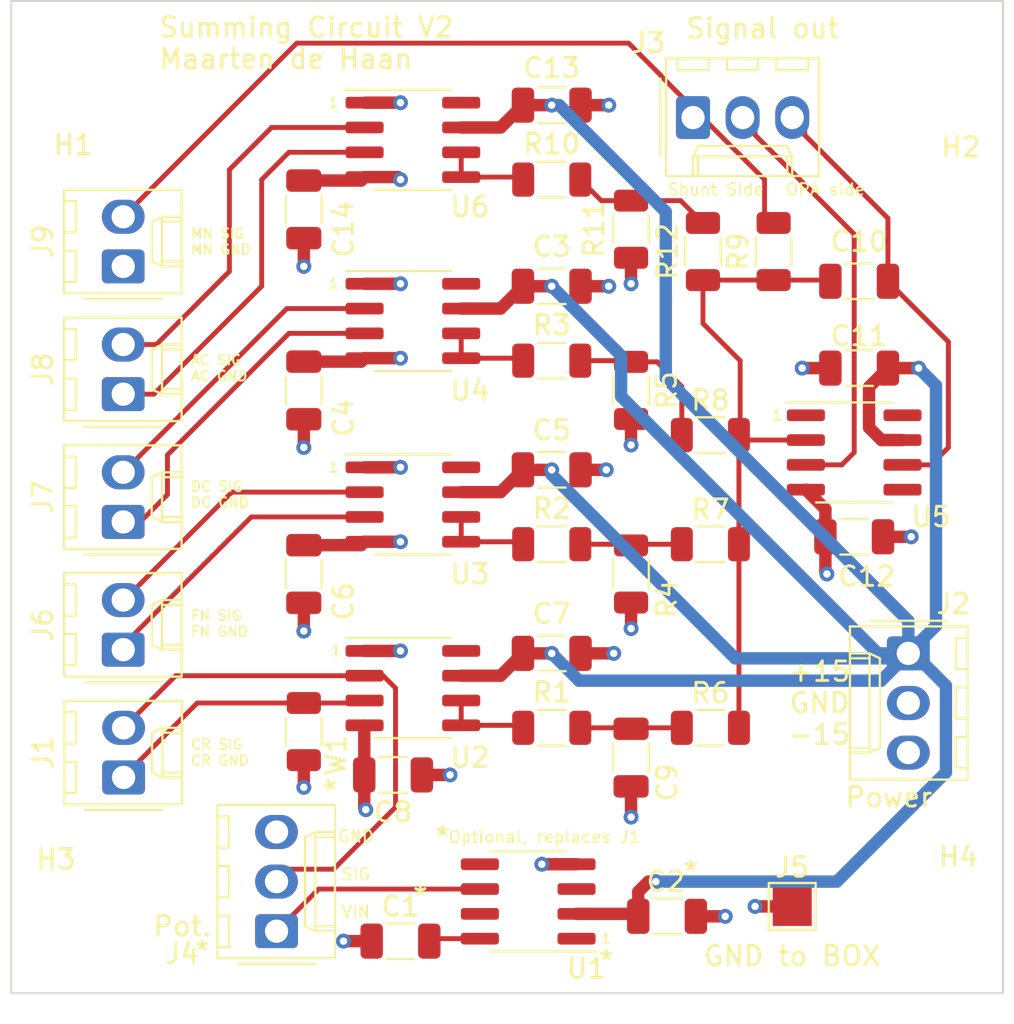
<source format=kicad_pcb>
(kicad_pcb (version 20211014) (generator pcbnew)
  (title_block (title "Bias Coil Driver Signal Summing") (date "2022-04-06") (rev "003") (company "PSU Physics Weiss Group") (comment 1 "Maarten de Haan"))
  (layers (0 "F.Cu" signal) (1 "In1.Cu" power) (2 "In2.Cu" power) (31 "B.Cu" power) (34 "B.Paste" user) (35 "F.Paste" user) (36 "B.SilkS" user "B.Silkscreen") (37 "F.SilkS" user "F.Silkscreen") (38 "B.Mask" user) (39 "F.Mask" user) (44 "Edge.Cuts" user))
  (net 0 "")
  (net 1 "/GND_Coarse")
  (net 2 "GND")
  (net 3 "Net-(R10-Pad2)")
  (net 4 "/From Coil")
  (net 5 "Net-(R10-Pad1)")
  (net 6 "/SIG_DC Correction")
  (net 7 "/GND_DC Correction")
  (net 9 "/GND_AC Correction")
  (net 10 "Net-(R1-Pad1)")
  (net 11 "/SIG_AC Correction")
  (net 12 "-15V")
  (net 13 "/To OPA549")
  (net 14 "+15V")
  (net 16 "/SIG_Fine Tuning")
  (net 17 "/GND_Fine Tuning")
  (net 19 "/SIG_Coarse")
  (net 21 "/Vin_RV")
  (net 29 "Net-(R3-Pad2)")
  (net 30 "Net-(R3-Pad1)")
  (net 31 "Net-(R2-Pad2)")
  (net 32 "Net-(R2-Pad1)")
  (net 33 "Net-(C9-Pad1)")
  (net 34 "Net-(C10-Pad2)")
  (net 35 "Net-(C1-Pad1)")
  (net 36 "/From Shunt Ground")
  (footprint "Capacitor_SMD:C_1206_3216Metric" (layer "F.Cu") (at 103.886 67.183 180)
    (fp_text reference "C5" (at 0 2.032) (layer "F.SilkS"))
    (fp_text value "0.1µF")
    (pad "1" smd roundrect (at -1.475 0 180) (size 1.15 1.8) (layers "F.Cu" "F.Paste" "F.Mask") (roundrect_rratio 0.2173913043) (net 2 "GND"))
    (pad "2" smd roundrect (at 1.475 0 180) (size 1.15 1.8) (layers "F.Cu" "F.Paste" "F.Mask") (roundrect_rratio 0.2173913043) (net 14 "+15V"))
  )
  (footprint "Capacitor_SMD:C_1206_3216Metric" (layer "F.Cu") (at 107.95 81.915 -90)
    (fp_text reference "C9" (at 1.27 -1.85 90) (layer "F.SilkS"))
    (fp_text value "30nF")
    (pad "1" smd roundrect (at -1.475 0 270) (size 1.15 1.8) (layers "F.Cu" "F.Paste" "F.Mask") (roundrect_rratio 0.2173913043) (net 33 "Net-(C9-Pad1)"))
    (pad "2" smd roundrect (at 1.475 0 270) (size 1.15 1.8) (layers "F.Cu" "F.Paste" "F.Mask") (roundrect_rratio 0.2173913043) (net 2 "GND"))
  )
  (footprint "Capacitor_SMD:C_1206_3216Metric" (layer "F.Cu") (at 95.758 82.804 180)
    (fp_text reference "C8" (at 0 -1.905) (layer "F.SilkS"))
    (fp_text value "0.1µF")
    (pad "1" smd roundrect (at -1.475 0 180) (size 1.15 1.8) (layers "F.Cu" "F.Paste" "F.Mask") (roundrect_rratio 0.2173913043) (net 2 "GND"))
    (pad "2" smd roundrect (at 1.475 0 180) (size 1.15 1.8) (layers "F.Cu" "F.Paste" "F.Mask") (roundrect_rratio 0.2173913043) (net 12 "-15V"))
  )
  (footprint "Resistor_SMD:R_1206_3216Metric" (layer "F.Cu") (at 103.886 61.595)
    (fp_text reference "R3" (at 0 -1.82) (layer "F.SilkS"))
    (fp_text value "3.9kΩ")
    (pad "1" smd roundrect (at -1.4625 0) (size 1.125 1.75) (layers "F.Cu" "F.Paste" "F.Mask") (roundrect_rratio 0.2222222222) (net 30 "Net-(R3-Pad1)"))
    (pad "2" smd roundrect (at 1.4625 0) (size 1.125 1.75) (layers "F.Cu" "F.Paste" "F.Mask") (roundrect_rratio 0.2222222222) (net 29 "Net-(R3-Pad2)"))
  )
  (footprint "Resistor_SMD:R_1206_3216Metric" (layer "F.Cu") (at 91.186 80.5835 -90)
    (fp_text reference "W1" (at 1.2045 -1.651 90) (layer "F.SilkS"))
    (fp_text value "0Ω")
    (pad "1" smd roundrect (at -1.4625 0 270) (size 1.125 1.75) (layers "F.Cu" "F.Paste" "F.Mask") (roundrect_rratio 0.2222222222) (net 1 "/GND_Coarse"))
    (pad "2" smd roundrect (at 1.4625 0 270) (size 1.125 1.75) (layers "F.Cu" "F.Paste" "F.Mask") (roundrect_rratio 0.2222222222) (net 2 "GND"))
  )
  (footprint "Resistor_SMD:R_1206_3216Metric" (layer "F.Cu") (at 112.014 70.993 180)
    (fp_text reference "R7" (at 0 1.778) (layer "F.SilkS"))
    (fp_text value "50kΩ")
    (pad "1" smd roundrect (at -1.4625 0 180) (size 1.125 1.75) (layers "F.Cu" "F.Paste" "F.Mask") (roundrect_rratio 0.2222222222) (net 34 "Net-(C10-Pad2)"))
    (pad "2" smd roundrect (at 1.4625 0 180) (size 1.125 1.75) (layers "F.Cu" "F.Paste" "F.Mask") (roundrect_rratio 0.2222222222) (net 31 "Net-(R2-Pad2)"))
  )
  (footprint "Package_SO:SOIC-8_3.9x4.9mm_P1.27mm" (layer "F.Cu") (at 119.38 66.294)
    (fp_text reference "U5" (at 3.937 3.302) (layer "F.SilkS"))
    (fp_text value "OP177FSZ")
    (pad "1" smd roundrect (at -2.475 -1.905) (size 1.95 0.6) (layers "F.Cu" "F.Paste" "F.Mask"))
    (pad "2" smd roundrect (at -2.475 -0.635) (size 1.95 0.6) (layers "F.Cu" "F.Paste" "F.Mask") (net 34 "Net-(C10-Pad2)"))
    (pad "3" smd roundrect (at -2.475 0.635) (size 1.95 0.6) (layers "F.Cu" "F.Paste" "F.Mask") (net 36 "/From Shunt Ground"))
    (pad "4" smd roundrect (at -2.475 1.905) (size 1.95 0.6) (layers "F.Cu" "F.Paste" "F.Mask") (net 12 "-15V"))
    (pad "5" smd roundrect (at 2.475 1.905) (size 1.95 0.6) (layers "F.Cu" "F.Paste" "F.Mask"))
    (pad "6" smd roundrect (at 2.475 0.635) (size 1.95 0.6) (layers "F.Cu" "F.Paste" "F.Mask") (net 13 "/To OPA549"))
    (pad "7" smd roundrect (at 2.475 -0.635) (size 1.95 0.6) (layers "F.Cu" "F.Paste" "F.Mask") (net 14 "+15V"))
    (pad "8" smd roundrect (at 2.475 -1.905) (size 1.95 0.6) (layers "F.Cu" "F.Paste" "F.Mask"))
  )
  (footprint "Connector_Molex:Molex_KK-254_AE-6410-02A_1x02_P2.54mm_Vertical" (layer "F.Cu") (at 81.935 69.85 90)
    (fp_text reference "J7" (at 1.27 -4.12 90) (layer "F.SilkS"))
    (fp_text value "KK 254 01x02 Male")
    (pad "1" thru_hole roundrect (at 0 0 90) (size 1.74 2.19) (drill 1.19) (layers *.Cu *.Mask) (roundrect_rratio 0.1436781609) (net 9 "/GND_AC Correction"))
    (pad "2" thru_hole oval (at 2.54 0 90) (size 1.74 2.19) (drill 1.19) (layers *.Cu *.Mask) (net 11 "/SIG_AC Correction"))
  )
  (footprint "Connector_Molex:Molex_KK-254_AE-6410-03A_1x03_P2.54mm_Vertical" (layer "F.Cu") (at 89.789 90.805 90)
    (fp_text reference "J4" (at -1.143 -4.826 180) (layer "F.SilkS"))
    (fp_text value "Potentiometer")
    (pad "1" thru_hole roundrect (at 0 0 90) (size 1.74 2.19) (drill 1.19) (layers *.Cu *.Mask) (roundrect_rratio 0.1436781609) (net 21 "/Vin_RV"))
    (pad "2" thru_hole oval (at 2.54 0 90) (size 1.74 2.19) (drill 1.19) (layers *.Cu *.Mask) (net 19 "/SIG_Coarse"))
    (pad "3" thru_hole oval (at 5.08 0 90) (size 1.74 2.19) (drill 1.19) (layers *.Cu *.Mask) (net 2 "GND"))
  )
  (footprint "Capacitor_SMD:C_1206_3216Metric" (layer "F.Cu") (at 119.38 70.612 180)
    (fp_text reference "C12" (at -0.635 -2.032) (layer "F.SilkS"))
    (fp_text value "0.1µF")
    (pad "1" smd roundrect (at -1.475 0 180) (size 1.15 1.8) (layers "F.Cu" "F.Paste" "F.Mask") (roundrect_rratio 0.2173913043) (net 2 "GND"))
    (pad "2" smd roundrect (at 1.475 0 180) (size 1.15 1.8) (layers "F.Cu" "F.Paste" "F.Mask") (roundrect_rratio 0.2173913043) (net 12 "-15V"))
  )
  (footprint "Resistor_SMD:R_1206_3216Metric" (layer "F.Cu") (at 115.2525 56.007 90)
    (fp_text reference "R9" (at 0 -1.82 90) (layer "F.SilkS"))
    (fp_text value "20kΩ")
    (pad "1" smd roundrect (at -1.4625 0 90) (size 1.125 1.75) (layers "F.Cu" "F.Paste" "F.Mask") (roundrect_rratio 0.2222222222) (net 34 "Net-(C10-Pad2)"))
    (pad "2" smd roundrect (at 1.4625 0 90) (size 1.125 1.75) (layers "F.Cu" "F.Paste" "F.Mask") (roundrect_rratio 0.2222222222) (net 4 "/From Coil"))
  )
  (footprint "Capacitor_SMD:C_1206_3216Metric" (layer "F.Cu") (at 96.139 91.313 180)
    (fp_text reference "C1" (at 0 1.778) (layer "F.SilkS"))
    (fp_text value "1µF")
    (pad "1" smd roundrect (at -1.475 0 180) (size 1.15 1.8) (layers "F.Cu" "F.Paste" "F.Mask") (roundrect_rratio 0.2173913043) (net 35 "Net-(C1-Pad1)"))
    (pad "2" smd roundrect (at 1.475 0 180) (size 1.15 1.8) (layers "F.Cu" "F.Paste" "F.Mask") (roundrect_rratio 0.2173913043) (net 2 "GND"))
  )
  (footprint "Connector_Molex:Molex_KK-254_AE-6410-02A_1x02_P2.54mm_Vertical" (layer "F.Cu") (at 81.935 63.3095 90)
    (fp_text reference "J8" (at 1.27 -4.12 90) (layer "F.SilkS"))
    (fp_text value "KK 254 01x02 Male")
    (pad "1" thru_hole roundrect (at 0 0 90) (size 1.74 2.19) (drill 1.19) (layers *.Cu *.Mask) (roundrect_rratio 0.1436781609) (net 7 "/GND_DC Correction"))
    (pad "2" thru_hole oval (at 2.54 0 90) (size 1.74 2.19) (drill 1.19) (layers *.Cu *.Mask) (net 6 "/SIG_DC Correction"))
  )
  (footprint "Resistor_SMD:R_1206_3216Metric" (layer "F.Cu") (at 111.633 56.007 90)
    (fp_text reference "R12" (at 0 -1.82 90) (layer "F.SilkS"))
    (fp_text value "50kΩ")
    (pad "1" smd roundrect (at -1.4625 0 90) (size 1.125 1.75) (layers "F.Cu" "F.Paste" "F.Mask") (roundrect_rratio 0.2222222222) (net 34 "Net-(C10-Pad2)"))
    (pad "2" smd roundrect (at 1.4625 0 90) (size 1.125 1.75) (layers "F.Cu" "F.Paste" "F.Mask") (roundrect_rratio 0.2222222222) (net 3 "Net-(R10-Pad2)"))
  )
  (footprint "MountingHole:MountingHole_4.3mm_M4" (layer "F.Cu") (at 80.772 47.752)
    (fp_text reference "H1" (at -1.397 2.794) (layer "F.SilkS"))
    (fp_text value "MountingHole")
    (pad "" np_thru_hole circle (at 0 0) (size 4.3 4.3) (drill 4.3) (layers *.Cu *.Mask))
  )
  (footprint "Resistor_SMD:R_1206_3216Metric" (layer "F.Cu") (at 107.95 54.864 -90)
    (fp_text reference "R11" (at 0 1.905 -90) (layer "F.SilkS"))
    (fp_text value "100Ω")
    (pad "1" smd roundrect (at -1.4625 0 270) (size 1.125 1.75) (layers "F.Cu" "F.Paste" "F.Mask") (roundrect_rratio 0.2222222222) (net 3 "Net-(R10-Pad2)"))
    (pad "2" smd roundrect (at 1.4625 0 270) (size 1.125 1.75) (layers "F.Cu" "F.Paste" "F.Mask") (roundrect_rratio 0.2222222222) (net 2 "GND"))
  )
  (footprint "Package_SO:SOIC-8_3.9x4.9mm_P1.27mm" (layer "F.Cu") (at 96.774 50.292)
    (fp_text reference "U6" (at 2.921 3.429) (layer "F.SilkS"))
    (fp_text value "AMP03GSZ")
    (pad "1" smd roundrect (at -2.475 -1.905) (size 1.95 0.6) (layers "F.Cu" "F.Paste" "F.Mask") (net 2 "GND"))
    (pad "2" smd roundrect (at -2.475 -0.635) (size 1.95 0.6) (layers "F.Cu" "F.Paste" "F.Mask") (net 6 "/SIG_DC Correction"))
    (pad "3" smd roundrect (at -2.475 0.635) (size 1.95 0.6) (layers "F.Cu" "F.Paste" "F.Mask") (net 7 "/GND_DC Correction"))
    (pad "4" smd roundrect (at -2.475 1.905) (size 1.95 0.6) (layers "F.Cu" "F.Paste" "F.Mask") (net 12 "-15V"))
    (pad "5" smd roundrect (at 2.475 1.905) (size 1.95 0.6) (layers "F.Cu" "F.Paste" "F.Mask") (net 5 "Net-(R10-Pad1)"))
    (pad "6" smd roundrect (at 2.475 0.635) (size 1.95 0.6) (layers "F.Cu" "F.Paste" "F.Mask") (net 5 "Net-(R10-Pad1)"))
    (pad "7" smd roundrect (at 2.475 -0.635) (size 1.95 0.6) (layers "F.Cu" "F.Paste" "F.Mask") (net 14 "+15V"))
    (pad "8" smd roundrect (at 2.475 -1.905) (size 1.95 0.6) (layers "F.Cu" "F.Paste" "F.Mask"))
  )
  (footprint "Connector_Molex:Molex_KK-254_AE-6410-03A_1x03_P2.54mm_Vertical" (layer "F.Cu") (at 122.154 76.581 -90)
    (fp_text reference "J2" (at -2.54 -2.306) (layer "F.SilkS"))
    (fp_text value "Power")
    (pad "1" thru_hole roundrect (at 0 0 270) (size 1.74 2.19) (drill 1.19) (layers *.Cu *.Mask) (roundrect_rratio 0.1436781609) (net 14 "+15V"))
    (pad "2" thru_hole oval (at 2.54 0 270) (size 1.74 2.19) (drill 1.19) (layers *.Cu *.Mask) (net 2 "GND"))
    (pad "3" thru_hole oval (at 5.08 0 270) (size 1.74 2.19) (drill 1.19) (layers *.Cu *.Mask) (net 12 "-15V"))
  )
  (footprint "Capacitor_SMD:C_1206_3216Metric" (layer "F.Cu") (at 91.186 63.119 90)
    (fp_text reference "C4" (at -1.397 2.032 90) (layer "F.SilkS"))
    (fp_text value "0.1µF")
    (pad "1" smd roundrect (at -1.475 0 90) (size 1.15 1.8) (layers "F.Cu" "F.Paste" "F.Mask") (roundrect_rratio 0.2173913043) (net 2 "GND"))
    (pad "2" smd roundrect (at 1.475 0 90) (size 1.15 1.8) (layers "F.Cu" "F.Paste" "F.Mask") (roundrect_rratio 0.2173913043) (net 12 "-15V"))
  )
  (footprint "TestPoint:TestPoint_Pad_2.0x2.0mm" (layer "F.Cu") (at 116.205 89.535)
    (fp_text reference "J5" (at 0 -1.998) (layer "F.SilkS"))
    (fp_text value "Conn to Box")
    (pad "1" smd rect (at 0 0) (size 2 2) (layers "F.Cu" "F.Mask") (net 2 "GND"))
  )
  (footprint "Capacitor_SMD:C_1206_3216Metric" (layer "F.Cu") (at 109.793 90.043)
    (fp_text reference "C2" (at -0.065 -1.778) (layer "F.SilkS"))
    (fp_text value "0.1µF")
    (pad "1" smd roundrect (at -1.475 0) (size 1.15 1.8) (layers "F.Cu" "F.Paste" "F.Mask") (roundrect_rratio 0.2173913043) (net 14 "+15V"))
    (pad "2" smd roundrect (at 1.475 0) (size 1.15 1.8) (layers "F.Cu" "F.Paste" "F.Mask") (roundrect_rratio 0.2173913043) (net 2 "GND"))
  )
  (footprint "Capacitor_SMD:C_1206_3216Metric" (layer "F.Cu") (at 103.886 48.514 180)
    (fp_text reference "C13" (at 0 1.905) (layer "F.SilkS"))
    (fp_text value "0.1µF")
    (pad "1" smd roundrect (at -1.475 0 180) (size 1.15 1.8) (layers "F.Cu" "F.Paste" "F.Mask") (roundrect_rratio 0.2173913043) (net 2 "GND"))
    (pad "2" smd roundrect (at 1.475 0 180) (size 1.15 1.8) (layers "F.Cu" "F.Paste" "F.Mask") (roundrect_rratio 0.2173913043) (net 14 "+15V"))
  )
  (footprint "MountingHole:MountingHole_4.3mm_M4" (layer "F.Cu") (at 122.428 89.408)
    (fp_text reference "H4" (at 2.286 -2.413) (layer "F.SilkS"))
    (fp_text value "MountingHole")
    (pad "" np_thru_hole circle (at 0 0) (size 4.3 4.3) (drill 4.3) (layers *.Cu *.Mask))
  )
  (footprint "Capacitor_SMD:C_1206_3216Metric" (layer "F.Cu") (at 91.186 72.517 90)
    (fp_text reference "C6" (at -1.397 2.032 90) (layer "F.SilkS"))
    (fp_text value "0.1µF")
    (pad "1" smd roundrect (at -1.475 0 90) (size 1.15 1.8) (layers "F.Cu" "F.Paste" "F.Mask") (roundrect_rratio 0.2173913043) (net 2 "GND"))
    (pad "2" smd roundrect (at 1.475 0 90) (size 1.15 1.8) (layers "F.Cu" "F.Paste" "F.Mask") (roundrect_rratio 0.2173913043) (net 12 "-15V"))
  )
  (footprint "MountingHole:MountingHole_4.3mm_M4" (layer "F.Cu") (at 122.428 47.752)
    (fp_text reference "H2" (at 2.413 2.921) (layer "F.SilkS"))
    (fp_text value "MountingHole")
    (pad "" np_thru_hole circle (at 0 0) (size 4.3 4.3) (drill 4.3) (layers *.Cu *.Mask))
  )
  (footprint "Package_SO:SOIC-8_3.9x4.9mm_P1.27mm" (layer "F.Cu") (at 96.774 59.563)
    (fp_text reference "U4" (at 2.921 3.556) (layer "F.SilkS"))
    (fp_text value "AMP03GSZ")
    (pad "1" smd roundrect (at -2.475 -1.905) (size 1.95 0.6) (layers "F.Cu" "F.Paste" "F.Mask") (net 2 "GND"))
    (pad "2" smd roundrect (at -2.475 -0.635) (size 1.95 0.6) (layers "F.Cu" "F.Paste" "F.Mask") (net 11 "/SIG_AC Correction"))
    (pad "3" smd roundrect (at -2.475 0.635) (size 1.95 0.6) (layers "F.Cu" "F.Paste" "F.Mask") (net 9 "/GND_AC Correction"))
    (pad "4" smd roundrect (at -2.475 1.905) (size 1.95 0.6) (layers "F.Cu" "F.Paste" "F.Mask") (net 12 "-15V"))
    (pad "5" smd roundrect (at 2.475 1.905) (size 1.95 0.6) (layers "F.Cu" "F.Paste" "F.Mask") (net 30 "Net-(R3-Pad1)"))
    (pad "6" smd roundrect (at 2.475 0.635) (size 1.95 0.6) (layers "F.Cu" "F.Paste" "F.Mask") (net 30 "Net-(R3-Pad1)"))
    (pad "7" smd roundrect (at 2.475 -0.635) (size 1.95 0.6) (layers "F.Cu" "F.Paste" "F.Mask") (net 14 "+15V"))
    (pad "8" smd roundrect (at 2.475 -1.905) (size 1.95 0.6) (layers "F.Cu" "F.Paste" "F.Mask"))
  )
  (footprint "Package_SO:SOIC-8_3.9x4.9mm_P1.27mm" (layer "F.Cu") (at 102.681 89.281 180)
    (fp_text reference "U1" (at -2.983 -3.429) (layer "F.SilkS"))
    (fp_text value "AD586")
    (pad "1" smd roundrect (at -2.475 -1.905 180) (size 1.95 0.6) (layers "F.Cu" "F.Paste" "F.Mask"))
    (pad "2" smd roundrect (at -2.475 -0.635 180) (size 1.95 0.6) (layers "F.Cu" "F.Paste" "F.Mask") (net 14 "+15V"))
    (pad "3" smd roundrect (at -2.475 0.635 180) (size 1.95 0.6) (layers "F.Cu" "F.Paste" "F.Mask"))
    (pad "4" smd roundrect (at -2.475 1.905 180) (size 1.95 0.6) (layers "F.Cu" "F.Paste" "F.Mask") (net 2 "GND"))
    (pad "5" smd roundrect (at 2.475 1.905 180) (size 1.95 0.6) (layers "F.Cu" "F.Paste" "F.Mask"))
    (pad "6" smd roundrect (at 2.475 0.635 180) (size 1.95 0.6) (layers "F.Cu" "F.Paste" "F.Mask") (net 21 "/Vin_RV"))
    (pad "7" smd roundrect (at 2.475 -0.635 180) (size 1.95 0.6) (layers "F.Cu" "F.Paste" "F.Mask"))
    (pad "8" smd roundrect (at 2.475 -1.905 180) (size 1.95 0.6) (layers "F.Cu" "F.Paste" "F.Mask") (net 35 "Net-(C1-Pad1)"))
  )
  (footprint "Resistor_SMD:R_1206_3216Metric" (layer "F.Cu") (at 103.886 70.993)
    (fp_text reference "R2" (at 0 -1.82) (layer "F.SilkS"))
    (fp_text value "10kΩ")
    (pad "1" smd roundrect (at -1.4625 0) (size 1.125 1.75) (layers "F.Cu" "F.Paste" "F.Mask") (roundrect_rratio 0.2222222222) (net 32 "Net-(R2-Pad1)"))
    (pad "2" smd roundrect (at 1.4625 0) (size 1.125 1.75) (layers "F.Cu" "F.Paste" "F.Mask") (roundrect_rratio 0.2222222222) (net 31 "Net-(R2-Pad2)"))
  )
  (footprint "Resistor_SMD:R_1206_3216Metric" (layer "F.Cu") (at 103.886 52.324)
    (fp_text reference "R10" (at 0 -1.82) (layer "F.SilkS"))
    (fp_text value "3.9kΩ")
    (pad "1" smd roundrect (at -1.4625 0) (size 1.125 1.75) (layers "F.Cu" "F.Paste" "F.Mask") (roundrect_rratio 0.2222222222) (net 5 "Net-(R10-Pad1)"))
    (pad "2" smd roundrect (at 1.4625 0) (size 1.125 1.75) (layers "F.Cu" "F.Paste" "F.Mask") (roundrect_rratio 0.2222222222) (net 3 "Net-(R10-Pad2)"))
  )
  (footprint "Resistor_SMD:R_1206_3216Metric" (layer "F.Cu") (at 112.014 80.391 180)
    (fp_text reference "R6" (at 0 1.778) (layer "F.SilkS"))
    (fp_text value "47kΩ")
    (pad "1" smd roundrect (at -1.4625 0 180) (size 1.125 1.75) (layers "F.Cu" "F.Paste" "F.Mask") (roundrect_rratio 0.2222222222) (net 34 "Net-(C10-Pad2)"))
    (pad "2" smd roundrect (at 1.4625 0 180) (size 1.125 1.75) (layers "F.Cu" "F.Paste" "F.Mask") (roundrect_rratio 0.2222222222) (net 33 "Net-(C9-Pad1)"))
  )
  (footprint "Connector_Molex:Molex_KK-254_AE-6410-02A_1x02_P2.54mm_Vertical" (layer "F.Cu") (at 81.955 82.931 90)
    (fp_text reference "J1" (at 1.27 -4.12 90) (layer "F.SilkS"))
    (fp_text value "KK 254 01x02 Male")
    (pad "1" thru_hole roundrect (at 0 0 90) (size 1.74 2.19) (drill 1.19) (layers *.Cu *.Mask) (roundrect_rratio 0.1436781609) (net 1 "/GND_Coarse"))
    (pad "2" thru_hole oval (at 2.54 0 90) (size 1.74 2.19) (drill 1.19) (layers *.Cu *.Mask) (net 19 "/SIG_Coarse"))
  )
  (footprint "Capacitor_SMD:C_1206_3216Metric" (layer "F.Cu") (at 103.886 76.581 180)
    (fp_text reference "C7" (at 0 2.032) (layer "F.SilkS"))
    (fp_text value "0.1µF")
    (pad "1" smd roundrect (at -1.475 0 180) (size 1.15 1.8) (layers "F.Cu" "F.Paste" "F.Mask") (roundrect_rratio 0.2173913043) (net 2 "GND"))
    (pad "2" smd roundrect (at 1.475 0 180) (size 1.15 1.8) (layers "F.Cu" "F.Paste" "F.Mask") (roundrect_rratio 0.2173913043) (net 14 "+15V"))
  )
  (footprint "Resistor_SMD:R_1206_3216Metric" (layer "F.Cu") (at 107.95 63.119 -90)
    (fp_text reference "R5" (at 0 -1.82 90) (layer "F.SilkS"))
    (fp_text value "100Ω")
    (pad "1" smd roundrect (at -1.4625 0 270) (size 1.125 1.75) (layers "F.Cu" "F.Paste" "F.Mask") (roundrect_rratio 0.2222222222) (net 29 "Net-(R3-Pad2)"))
    (pad "2" smd roundrect (at 1.4625 0 270) (size 1.125 1.75) (layers "F.Cu" "F.Paste" "F.Mask") (roundrect_rratio 0.2222222222) (net 2 "GND"))
  )
  (footprint "Resistor_SMD:R_1206_3216Metric" (layer "F.Cu") (at 107.95 72.517 -90)
    (fp_text reference "R4" (at 1.27 -1.82 90) (layer "F.SilkS"))
    (fp_text value "100Ω")
    (pad "1" smd roundrect (at -1.4625 0 270) (size 1.125 1.75) (layers "F.Cu" "F.Paste" "F.Mask") (roundrect_rratio 0.2222222222) (net 31 "Net-(R2-Pad2)"))
    (pad "2" smd roundrect (at 1.4625 0 270) (size 1.125 1.75) (layers "F.Cu" "F.Paste" "F.Mask") (roundrect_rratio 0.2222222222) (net 2 "GND"))
  )
  (footprint "Package_SO:SOIC-8_3.9x4.9mm_P1.27mm" (layer "F.Cu") (at 96.774 68.961)
    (fp_text reference "U3" (at 2.921 3.556) (layer "F.SilkS"))
    (fp_text value "AMP03GSZ")
    (pad "1" smd roundrect (at -2.475 -1.905) (size 1.95 0.6) (layers "F.Cu" "F.Paste" "F.Mask") (net 2 "GND"))
    (pad "2" smd roundrect (at -2.475 -0.635) (size 1.95 0.6) (layers "F.Cu" "F.Paste" "F.Mask") (net 16 "/SIG_Fine Tuning"))
    (pad "3" smd roundrect (at -2.475 0.635) (size 1.95 0.6) (layers "F.Cu" "F.Paste" "F.Mask") (net 17 "/GND_Fine Tuning"))
    (pad "4" smd roundrect (at -2.475 1.905) (size 1.95 0.6) (layers "F.Cu" "F.Paste" "F.Mask") (net 12 "-15V"))
    (pad "5" smd roundrect (at 2.475 1.905) (size 1.95 0.6) (layers "F.Cu" "F.Paste" "F.Mask") (net 32 "Net-(R2-Pad1)"))
    (pad "6" smd roundrect (at 2.475 0.635) (size 1.95 0.6) (layers "F.Cu" "F.Paste" "F.Mask") (net 32 "Net-(R2-Pad1)"))
    (pad "7" smd roundrect (at 2.475 -0.635) (size 1.95 0.6) (layers "F.Cu" "F.Paste" "F.Mask") (net 14 "+15V"))
    (pad "8" smd roundrect (at 2.475 -1.905) (size 1.95 0.6) (layers "F.Cu" "F.Paste" "F.Mask"))
  )
  (footprint "Resistor_SMD:R_1206_3216Metric" (layer "F.Cu") (at 103.886 80.391)
    (fp_text reference "R1" (at 0 -1.82) (layer "F.SilkS"))
    (fp_text value "4.7kΩ")
    (pad "1" smd roundrect (at -1.4625 0) (size 1.125 1.75) (layers "F.Cu" "F.Paste" "F.Mask") (roundrect_rratio 0.2222222222) (net 10 "Net-(R1-Pad1)"))
    (pad "2" smd roundrect (at 1.4625 0) (size 1.125 1.75) (layers "F.Cu" "F.Paste" "F.Mask") (roundrect_rratio 0.2222222222) (net 33 "Net-(C9-Pad1)"))
  )
  (footprint "MountingHole:MountingHole_4.3mm_M4" (layer "F.Cu") (at 80.772 89.408)
    (fp_text reference "H3" (at -2.286 -2.286) (layer "F.SilkS"))
    (fp_text value "MountingHole")
    (pad "" np_thru_hole circle (at 0 0) (size 4.3 4.3) (drill 4.3) (layers *.Cu *.Mask))
  )
  (footprint "Capacitor_SMD:C_1206_3216Metric" (layer "F.Cu") (at 103.886 57.785 180)
    (fp_text reference "C3" (at 0 2.032) (layer "F.SilkS"))
    (fp_text value "0.1µF")
    (pad "1" smd roundrect (at -1.475 0 180) (size 1.15 1.8) (layers "F.Cu" "F.Paste" "F.Mask") (roundrect_rratio 0.2173913043) (net 2 "GND"))
    (pad "2" smd roundrect (at 1.475 0 180) (size 1.15 1.8) (layers "F.Cu" "F.Paste" "F.Mask") (roundrect_rratio 0.2173913043) (net 14 "+15V"))
  )
  (footprint "Connector_Molex:Molex_KK-254_AE-6410-03A_1x03_P2.54mm_Vertical" (layer "F.Cu") (at 111.125 49.149)
    (fp_text reference "J3" (at -2.286 -3.83) (layer "F.SilkS"))
    (fp_text value "Interboard")
    (pad "1" thru_hole roundrect (at 0 0) (size 1.74 2.19) (drill 1.19) (layers *.Cu *.Mask) (roundrect_rratio 0.1436781609) (net 4 "/From Coil"))
    (pad "2" thru_hole oval (at 2.54 0) (size 1.74 2.19) (drill 1.19) (layers *.Cu *.Mask) (net 36 "/From Shunt Ground"))
    (pad "3" thru_hole oval (at 5.08 0) (size 1.74 2.19) (drill 1.19) (layers *.Cu *.Mask) (net 13 "/To OPA549"))
  )
  (footprint "Capacitor_SMD:C_1206_3216Metric" (layer "F.Cu") (at 91.186 53.848 90)
    (fp_text reference "C14" (at -1.016 2.032 90) (layer "F.SilkS"))
    (fp_text value "0.1µF")
    (pad "1" smd roundrect (at -1.475 0 90) (size 1.15 1.8) (layers "F.Cu" "F.Paste" "F.Mask") (roundrect_rratio 0.2173913043) (net 2 "GND"))
    (pad "2" smd roundrect (at 1.475 0 90) (size 1.15 1.8) (layers "F.Cu" "F.Paste" "F.Mask") (roundrect_rratio 0.2173913043) (net 12 "-15V"))
  )
  (footprint "Capacitor_SMD:C_1206_3216Metric" (layer "F.Cu") (at 119.634 57.531 180)
    (fp_text reference "C10" (at 0 2.032) (layer "F.SilkS"))
    (fp_text value "0.1µF")
    (pad "1" smd roundrect (at -1.475 0 180) (size 1.15 1.8) (layers "F.Cu" "F.Paste" "F.Mask") (roundrect_rratio 0.2173913043) (net 13 "/To OPA549"))
    (pad "2" smd roundrect (at 1.475 0 180) (size 1.15 1.8) (layers "F.Cu" "F.Paste" "F.Mask") (roundrect_rratio 0.2173913043) (net 34 "Net-(C10-Pad2)"))
  )
  (footprint "Connector_Molex:Molex_KK-254_AE-6410-02A_1x02_P2.54mm_Vertical" (layer "F.Cu") (at 81.935 56.769 90)
    (fp_text reference "J9" (at 1.27 -4.12 90) (layer "F.SilkS"))
    (fp_text value "KK 254 01x02 Male")
    (pad "1" thru_hole roundrect (at 0 0 90) (size 1.74 2.19) (drill 1.19) (layers *.Cu *.Mask) (roundrect_rratio 0.1436781609) (net 2 "GND"))
    (pad "2" thru_hole oval (at 2.54 0 90) (size 1.74 2.19) (drill 1.19) (layers *.Cu *.Mask) (net 4 "/From Coil"))
  )
  (footprint "Capacitor_SMD:C_1206_3216Metric" (layer "F.Cu") (at 119.634 61.976)
    (fp_text reference "C11" (at 0 -1.651) (layer "F.SilkS"))
    (fp_text value "0.1µF")
    (pad "1" smd roundrect (at -1.475 0) (size 1.15 1.8) (layers "F.Cu" "F.Paste" "F.Mask") (roundrect_rratio 0.2173913043) (net 2 "GND"))
    (pad "2" smd roundrect (at 1.475 0) (size 1.15 1.8) (layers "F.Cu" "F.Paste" "F.Mask") (roundrect_rratio 0.2173913043) (net 14 "+15V"))
  )
  (footprint "Package_SO:SOIC-8_3.9x4.9mm_P1.27mm" (layer "F.Cu") (at 96.774 78.359)
    (fp_text reference "U2" (at 2.921 3.556) (layer "F.SilkS"))
    (fp_text value "AMP03GSZ")
    (pad "1" smd roundrect (at -2.475 -1.905) (size 1.95 0.6) (layers "F.Cu" "F.Paste" "F.Mask") (net 2 "GND"))
    (pad "2" smd roundrect (at -2.475 -0.635) (size 1.95 0.6) (layers "F.Cu" "F.Paste" "F.Mask") (net 19 "/SIG_Coarse"))
    (pad "3" smd roundrect (at -2.475 0.635) (size 1.95 0.6) (layers "F.Cu" "F.Paste" "F.Mask") (net 1 "/GND_Coarse"))
    (pad "4" smd roundrect (at -2.475 1.905) (size 1.95 0.6) (layers "F.Cu" "F.Paste" "F.Mask") (net 12 "-15V"))
    (pad "5" smd roundrect (at 2.475 1.905) (size 1.95 0.6) (layers "F.Cu" "F.Paste" "F.Mask") (net 10 "Net-(R1-Pad1)"))
    (pad "6" smd roundrect (at 2.475 0.635) (size 1.95 0.6) (layers "F.Cu" "F.Paste" "F.Mask") (net 10 "Net-(R1-Pad1)"))
    (pad "7" smd roundrect (at 2.475 -0.635) (size 1.95 0.6) (layers "F.Cu" "F.Paste" "F.Mask") (net 14 "+15V"))
    (pad "8" smd roundrect (at 2.475 -1.905) (size 1.95 0.6) (layers "F.Cu" "F.Paste" "F.Mask"))
  )
  (footprint "Resistor_SMD:R_1206_3216Metric" (layer "F.Cu") (at 112.014 65.405 180)
    (fp_text reference "R8" (at 0 1.778) (layer "F.SilkS"))
    (fp_text value "50kΩ")
    (pad "1" smd roundrect (at -1.4625 0 180) (size 1.125 1.75) (layers "F.Cu" "F.Paste" "F.Mask") (roundrect_rratio 0.2222222222) (net 34 "Net-(C10-Pad2)"))
    (pad "2" smd roundrect (at 1.4625 0 180) (size 1.125 1.75) (layers "F.Cu" "F.Paste" "F.Mask") (roundrect_rratio 0.2222222222) (net 29 "Net-(R3-Pad2)"))
  )
  (footprint "Connector_Molex:Molex_KK-254_AE-6410-02A_1x02_P2.54mm_Vertical" (layer "F.Cu") (at 81.935 76.3905 90)
    (fp_text reference "J6" (at 1.27 -4.12 90) (layer "F.SilkS"))
    (fp_text value "KK 254 01x02 Male")
    (pad "1" thru_hole roundrect (at 0 0 90) (size 1.74 2.19) (drill 1.19) (layers *.Cu *.Mask) (roundrect_rratio 0.1436781609) (net 17 "/GND_Fine Tuning"))
    (pad "2" thru_hole oval (at 2.54 0 90) (size 1.74 2.19) (drill 1.19) (layers *.Cu *.Mask) (net 16 "/SIG_Fine Tuning"))
  )
  (gr_rect (start 76.2 43.18) (end 127 93.98) (layer "Edge.Cuts") (width 0.1) (fill none))
  (gr_text "1" (at 92.837 76.454) (layer "F.SilkS") (effects (font (size 0.5174 0.5174) (thickness 0.0992))))
  (gr_text "*" (at 97.155 89.027) (layer "F.SilkS") (effects (font (size 1 1))))
  (gr_text "*" (at 85.979 91.821) (layer "F.SilkS") (effects (font (size 1 1))))
  (gr_text "GND\n\nSIG\n\nVIN" (at 93.853 87.884) (layer "F.SilkS") (effects (font (size 0.602 0.602) (thickness 0.0992))))
  (gr_text "MN SIG\nMN GND" (at 85.344 55.499) (layer "F.SilkS") (effects (font (size 0.508 0.508) (thickness 0.1016)) (justify left)))
  (gr_text "1" (at 92.71 57.658) (layer "F.SilkS") (effects (font (size 0.5174 0.5174) (thickness 0.0992))))
  (gr_text "1" (at 106.68 91.186) (layer "F.SilkS") (effects (font (size 0.5174 0.5174) (thickness 0.0992))))
  (gr_text "Shunt Side" (at 114.808 52.832) (layer "F.SilkS") (effects (font (size 0.602 0.602) (thickness 0.0992)) (justify right)))
  (gr_text "1" (at 92.71 67.056) (layer "F.SilkS") (effects (font (size 0.5174 0.5174) (thickness 0.0992))))
  (gr_text "*" (at 110.998 87.757) (layer "F.SilkS") (effects (font (size 1 1))))
  (gr_text "GND to BOX" (at 116.205 92.075) (layer "F.SilkS") (effects (font (size 1 1))))
  (gr_text "Signal out" (at 114.681 44.577) (layer "F.SilkS") (effects (font (size 1 1))))
  (gr_text "DC SIG\nDC GND" (at 85.344 68.453) (layer "F.SilkS") (effects (font (size 0.508 0.508) (thickness 0.1016)) (justify left)))
  (gr_text "*" (at 98.298 85.979) (layer "F.SilkS") (effects (font (size 1 1))))
  (gr_text "1" (at 115.443 64.389) (layer "F.SilkS") (effects (font (size 0.5174 0.5174) (thickness 0.0992))))
  (gr_text "*" (at 106.68 92.329) (layer "F.SilkS") (effects (font (size 1 1))))
  (gr_text "Power" (at 121.158 83.947) (layer "F.SilkS") (effects (font (size 1 1))))
  (gr_text "AC SIG\nAC GND" (at 85.344 61.976) (layer "F.SilkS") (effects (font (size 0.508 0.508) (thickness 0.1016)) (justify left)))
  (gr_text "OPA side" (at 115.824 52.832) (layer "F.SilkS") (effects (font (size 0.602 0.602) (thickness 0.0992)) (justify left)))
  (gr_text "Summing Circuit V2\nMaarten de Haan\n" (at 83.693 45.339) (layer "F.SilkS") (effects (font (size 1 1)) (justify left)))
  (gr_text "FN SIG\nFN GND" (at 85.344 75.057) (layer "F.SilkS") (effects (font (size 0.508 0.508) (thickness 0.1016)) (justify left)))
  (gr_text "1" (at 92.71 48.387) (layer "F.SilkS") (effects (font (size 0.5174 0.5174) (thickness 0.0992))))
  (gr_text "+15\nGND\n-15" (at 117.602 79.121) (layer "F.SilkS") (effects (font (size 1 1))))
  (gr_text "CR SIG\nCR GND" (at 85.344 81.661) (layer "F.SilkS") (effects (font (size 0.508 0.508) (thickness 0.1016)) (justify left)))
  (gr_text "Optional, replaces J1" (at 103.505 85.979) (layer "F.SilkS") (effects (font (size 0.602 0.602) (thickness 0.0992))))
  (gr_text "*" (at 92.837 83.312 90) (layer "F.SilkS") (effects (font (size 1 1))))
  (gr_text "Pot." (at 84.963 90.551) (layer "F.SilkS") (effects (font (size 1 1))))
  (segment (start 81.955 82.891) (end 85.725 79.121) (width 0.25) (layer "F.Cu") (net 1))
  (segment (start 85.725 79.121) (end 91.186 79.121) (width 0.25) (layer "F.Cu") (net 1))
  (segment (start 91.186 79.121) (end 94.172 79.121) (width 0.25) (layer "F.Cu") (net 1))
  (segment (start 91.186 55.323) (end 91.186 56.769) (width 0.635) (layer "F.Cu") (net 2))
  (segment (start 118.159 61.976) (end 116.713 61.976) (width 0.635) (layer "F.Cu") (net 2))
  (segment (start 105.156 87.376) (end 103.378 87.376) (width 0.635) (layer "F.Cu") (net 2))
  (segment (start 94.299 76.454) (end 96.139 76.454) (width 0.635) (layer "F.Cu") (net 2))
  (segment (start 107.95 83.39) (end 107.95 84.963) (width 0.635) (layer "F.Cu") (net 2))
  (segment (start 107.95 64.5815) (end 107.95 65.913) (width 0.635) (layer "F.Cu") (net 2))
  (segment (start 106.934 76.581) (end 107.061 76.581) (width 0.635) (layer "F.Cu") (net 2))
  (segment (start 91.186 64.594) (end 91.186 66.04) (width 0.635) (layer "F.Cu") (net 2))
  (segment (start 116.205 89.535) (end 114.3 89.535) (width 0.635) (layer "F.Cu") (net 2))
  (segment (start 94.299 57.658) (end 96.139 57.658) (width 0.635) (layer "F.Cu") (net 2))
  (segment (start 120.855 70.612) (end 122.301 70.612) (width 0.635) (layer "F.Cu") (net 2))
  (segment (start 94.664 91.313) (end 93.218 91.313) (width 0.635) (layer "F.Cu") (net 2))
  (segment (start 94.299 48.387) (end 96.139 48.387) (width 0.635) (layer "F.Cu") (net 2))
  (segment (start 107.95 56.3265) (end 107.95 57.658) (width 0.635) (layer "F.Cu") (net 2))
  (segment (start 94.299 67.056) (end 96.139 67.056) (width 0.635) (layer "F.Cu") (net 2))
  (segment (start 91.186 73.992) (end 91.186 75.438) (width 0.635) (layer "F.Cu") (net 2))
  (segment (start 111.268 90.043) (end 112.776 90.043) (width 0.635) (layer "F.Cu") (net 2))
  (segment (start 105.361 76.581) (end 106.934 76.581) (width 0.635) (layer "F.Cu") (net 2))
  (segment (start 91.186 82.046) (end 91.186 83.439) (width 0.635) (layer "F.Cu") (net 2))
  (segment (start 97.233 82.804) (end 98.679 82.804) (width 0.635) (layer "F.Cu") (net 2))
  (segment (start 105.361 48.514) (end 106.807 48.514) (width 0.635) (layer "F.Cu") (net 2))
  (segment (start 105.361 57.785) (end 106.807 57.785) (width 0.635) (layer "F.Cu") (net 2))
  (segment (start 105.361 67.183) (end 106.68 67.183) (width 0.635) (layer "F.Cu") (net 2))
  (segment (start 107.95 73.9795) (end 107.95 75.311) (width 0.635) (layer "F.Cu") (net 2))
  (via (at 107.95 84.963) (size 0.762) (drill 0.381) (layers "F.Cu" "B.Cu") (net 2))
  (via (at 96.139 76.454) (size 0.762) (drill 0.381) (layers "F.Cu" "B.Cu") (net 2))
  (via (at 96.139 57.658) (size 0.762) (drill 0.381) (layers "F.Cu" "B.Cu") (net 2))
  (via (at 98.679 82.804) (size 0.762) (drill 0.381) (layers "F.Cu" "B.Cu") (net 2))
  (via (at 114.3 89.535) (size 0.762) (drill 0.381) (layers "F.Cu" "B.Cu") (net 2))
  (via (at 116.713 61.976) (size 0.762) (drill 0.381) (layers "F.Cu" "B.Cu") (net 2))
  (via (at 122.301 70.612) (size 0.762) (drill 0.381) (layers "F.Cu" "B.Cu") (net 2))
  (via (at 106.807 48.514) (size 0.762) (drill 0.381) (layers "F.Cu" "B.Cu") (net 2))
  (via (at 107.95 57.658) (size 0.762) (drill 0.381) (layers "F.Cu" "B.Cu") (net 2))
  (via (at 93.218 91.313) (size 0.762) (drill 0.381) (layers "F.Cu" "B.Cu") (net 2))
  (via (at 107.95 75.311) (size 0.762) (drill 0.381) (layers "F.Cu" "B.Cu") (net 2))
  (via (at 96.139 48.387) (size 0.762) (drill 0.381) (layers "F.Cu" "B.Cu") (net 2))
  (via (at 106.807 57.785) (size 0.762) (drill 0.381) (layers "F.Cu" "B.Cu") (net 2))
  (via (at 91.186 56.769) (size 0.762) (drill 0.381) (layers "F.Cu" "B.Cu") (net 2))
  (via (at 91.186 83.439) (size 0.762) (drill 0.381) (layers "F.Cu" "B.Cu") (net 2))
  (via (at 107.95 65.913) (size 0.762) (drill 0.381) (layers "F.Cu" "B.Cu") (net 2))
  (via (at 107.061 76.581) (size 0.762) (drill 0.381) (layers "F.Cu" "B.Cu") (net 2))
  (via (at 103.378 87.376) (size 0.762) (drill 0.381) (layers "F.Cu" "B.Cu") (net 2))
  (via (at 96.139 67.056) (size 0.762) (drill 0.381) (layers "F.Cu" "B.Cu") (net 2))
  (via (at 91.186 66.04) (size 0.762) (drill 0.381) (layers "F.Cu" "B.Cu") (net 2))
  (via (at 91.186 75.438) (size 0.762) (drill 0.381) (layers "F.Cu" "B.Cu") (net 2))
  (via (at 112.776 90.043) (size 0.762) (drill 0.381) (layers "F.Cu" "B.Cu") (net 2))
  (via (at 106.68 67.183) (size 0.762) (drill 0.381) (layers "F.Cu" "B.Cu") (net 2))
  (segment (start 106.426 53.4015) (end 105.3485 52.324) (width 0.25) (layer "F.Cu") (net 3))
  (segment (start 110.49 53.4015) (end 111.633 54.5445) (width 0.25) (layer "F.Cu") (net 3))
  (segment (start 107.95 53.4015) (end 106.426 53.4015) (width 0.25) (layer "F.Cu") (net 3))
  (segment (start 107.95 53.4015) (end 110.49 53.4015) (width 0.25) (layer "F.Cu") (net 3))
  (segment (start 114.788 54.08) (end 115.2525 54.5445) (width 0.25) (layer "F.Cu") (net 4))
  (segment (start 109.474 47.01) (end 111.76 49.296) (width 0.25) (layer "F.Cu") (net 4))
  (segment (start 109.474 46.99) (end 107.823 45.339) (width 0.25) (layer "F.Cu") (net 4))
  (segment (start 109.474 47.01) (end 109.474 46.99) (width 0.25) (layer "F.Cu") (net 4))
  (segment (start 90.825 45.339) (end 107.823 45.339) (width 0.25) (layer "F.Cu") (net 4))
  (segment (start 81.935 54.229) (end 90.825 45.339) (width 0.25) (layer "F.Cu") (net 4))
  (segment (start 114.788 52.324) (end 114.788 54.08) (width 0.25) (layer "F.Cu") (net 4))
  (segment (start 114.788 52.324) (end 111.76 49.296) (width 0.25) (layer "F.Cu") (net 4))
  (segment (start 99.249 52.197) (end 102.2965 52.197) (width 0.25) (layer "F.Cu") (net 5))
  (segment (start 99.249 50.927) (end 99.249 52.197) (width 0.25) (layer "F.Cu") (net 5))
  (segment (start 81.935 60.7695) (end 83.6295 60.7695) (width 0.25) (layer "F.Cu") (net 6))
  (segment (start 83.6295 60.7695) (end 87.376 57.023) (width 0.25) (layer "F.Cu") (net 6))
  (segment (start 87.376 57.023) (end 87.376 51.816) (width 0.25) (layer "F.Cu") (net 6))
  (segment (start 87.376 51.816) (end 89.535 49.657) (width 0.25) (layer "F.Cu") (net 6))
  (segment (start 89.535 49.657) (end 94.299 49.657) (width 0.25) (layer "F.Cu") (net 6))
  (segment (start 90.424 50.927) (end 94.299 50.927) (width 0.25) (layer "F.Cu") (net 7))
  (segment (start 81.935 63.3095) (end 83.5025 63.3095) (width 0.25) (layer "F.Cu") (net 7))
  (segment (start 89.027 52.324) (end 90.424 50.927) (width 0.25) (layer "F.Cu") (net 7))
  (segment (start 89.027 57.785) (end 89.027 52.324) (width 0.25) (layer "F.Cu") (net 7))
  (segment (start 83.5025 63.3095) (end 89.027 57.785) (width 0.25) (layer "F.Cu") (net 7))
  (segment (start 84.201 66.421) (end 90.424 60.198) (width 0.25) (layer "F.Cu") (net 9))
  (segment (start 90.424 60.198) (end 94.299 60.198) (width 0.25) (layer "F.Cu") (net 9))
  (segment (start 82.804 69.85) (end 84.201 68.453) (width 0.25) (layer "F.Cu") (net 9))
  (segment (start 84.201 68.453) (end 84.201 66.421) (width 0.25) (layer "F.Cu") (net 9))
  (segment (start 99.249 78.994) (end 99.249 80.264) (width 0.254) (layer "F.Cu") (net 10))
  (segment (start 99.249 80.264) (end 102.2965 80.264) (width 0.254) (layer "F.Cu") (net 10))
  (segment (start 81.935 67.31) (end 90.317 58.928) (width 0.25) (layer "F.Cu") (net 11))
  (segment (start 90.317 58.928) (end 94.299 58.928) (width 0.25) (layer "F.Cu") (net 11))
  (segment (start 117.905 72.439) (end 117.905 70.612) (width 0.635) (layer "F.Cu") (net 12))
  (segment (start 94.123 52.373) (end 94.299 52.197) (width 0.635) (layer "F.Cu") (net 12))
  (segment (start 117.983 72.517) (end 117.905 72.439) (width 0.635) (layer "F.Cu") (net 12))
  (segment (start 117.905 69.199) (end 117.905 70.612) (width 0.635) (layer "F.Cu") (net 12))
  (segment (start 96.012 52.197) (end 96.139 52.324) (width 0.635) (layer "F.Cu") (net 12))
  (segment (start 116.905 68.199) (end 117.905 69.199) (width 0.635) (layer "F.Cu") (net 12))
  (segment (start 94.123 61.644) (end 94.299 61.468) (width 0.635) (layer "F.Cu") (net 12))
  (segment (start 94.299 70.866) (end 96.139 70.866) (width 0.635) (layer "F.Cu") (net 12))
  (segment (start 94.283 82.804) (end 94.283 84.504) (width 0.635) (layer "F.Cu") (net 12))
  (segment (start 94.299 61.468) (end 96.139 61.468) (width 0.635) (layer "F.Cu") (net 12))
  (segment (start 91.186 52.373) (end 94.123 52.373) (width 0.635) (layer "F.Cu") (net 12))
  (segment (start 91.186 71.042) (end 94.123 71.042) (width 0.635) (layer "F.Cu") (net 12))
  (segment (start 94.299 52.197) (end 96.012 52.197) (width 0.635) (layer "F.Cu") (net 12))
  (segment (start 94.123 71.042) (end 94.299 70.866) (width 0.635) (layer "F.Cu") (net 12))
  (segment (start 94.283 82.804) (end 94.283 80.28) (width 0.635) (layer "F.Cu") (net 12))
  (segment (start 91.186 61.644) (end 94.123 61.644) (width 0.635) (layer "F.Cu") (net 12))
  (segment (start 94.283 84.504) (end 94.361 84.582) (width 0.635) (layer "F.Cu") (net 12))
  (via (at 96.139 61.468) (size 0.762) (drill 0.381) (layers "F.Cu" "B.Cu") (net 12))
  (via (at 96.139 70.866) (size 0.762) (drill 0.381) (layers "F.Cu" "B.Cu") (net 12))
  (via (at 117.983 72.517) (size 0.762) (drill 0.381) (layers "F.Cu" "B.Cu") (net 12))
  (via (at 96.139 52.324) (size 0.762) (drill 0.381) (layers "F.Cu" "B.Cu") (net 12))
  (via (at 94.361 84.582) (size 0.762) (drill 0.381) (layers "F.Cu" "B.Cu") (net 12))
  (segment (start 121.109 57.531) (end 121.109 54.307) (width 0.254) (layer "F.Cu") (net 13))
  (segment (start 124.206 60.628) (end 121.109 57.531) (width 0.254) (layer "F.Cu") (net 13))
  (segment (start 116.84 49.784) (end 116.205 49.149) (width 0.254) (layer "F.Cu") (net 13))
  (segment (start 116.84 50.038) (end 116.84 49.784) (width 0.254) (layer "F.Cu") (net 13))
  (segment (start 124.206 66.04) (end 124.206 60.628) (width 0.254) (layer "F.Cu") (net 13))
  (segment (start 121.109 54.307) (end 116.84 50.038) (width 0.254) (layer "F.Cu") (net 13))
  (segment (start 123.317 66.929) (end 124.206 66.04) (width 0.254) (layer "F.Cu") (net 13))
  (segment (start 121.855 66.929) (end 123.317 66.929) (width 0.254) (layer "F.Cu") (net 13))
  (segment (start 116.84 50.038) (end 116.84 49.296) (width 0.254) (layer "F.Cu") (net 13))
  (segment (start 103.886 76.581) (end 102.411 76.581) (width 0.635) (layer "F.Cu") (net 14))
  (segment (start 101.268 49.657) (end 99.249 49.657) (width 0.635) (layer "F.Cu") (net 14))
  (segment (start 121.109 61.976) (end 122.682 61.976) (width 0.635) (layer "F.Cu") (net 14))
  (segment (start 121.109 61.976) (end 120.142 62.943) (width 0.635) (layer "F.Cu") (net 14))
  (segment (start 99.249 68.326) (end 101.268 68.326) (width 0.635) (layer "F.Cu") (net 14))
  (segment (start 101.268 58.928) (end 102.411 57.785) (width 0.635) (layer "F.Cu") (net 14))
  (segment (start 99.249 77.724) (end 101.268 77.724) (width 0.635) (layer "F.Cu") (net 14))
  (segment (start 99.249 58.928) (end 101.268 58.928) (width 0.635) (layer "F.Cu") (net 14))
  (segment (start 108.191 89.916) (end 105.156 89.916) (width 0.635) (layer "F.Cu") (net 14))
  (segment (start 109.22 88.265) (end 108.839 88.265) (width 0.635) (layer "F.Cu") (net 14))
  (segment (start 103.886 48.514) (end 102.411 48.514) (width 0.635) (layer "F.Cu") (net 14))
  (segment (start 102.411 48.514) (end 101.268 49.657) (width 0.635) (layer "F.Cu") (net 14))
  (segment (start 108.839 88.265) (end 108.318 88.786) (width 0.635) (layer "F.Cu") (net 14))
  (segment (start 120.777 65.659) (end 121.855 65.659) (width 0.635) (layer "F.Cu") (net 14))
  (segment (start 101.268 77.724) (end 102.411 76.581) (width 0.635) (layer "F.Cu") (net 14))
  (segment (start 108.318 88.786) (end 108.318 90.043) (width 0.635) (layer "F.Cu") (net 14))
  (segment (start 120.142 62.943) (end 120.142 65.024) (width 0.635) (layer "F.Cu") (net 14))
  (segment (start 108.318 90.043) (end 108.191 89.916) (width 0.635) (layer "F.Cu") (net 14))
  (segment (start 103.886 67.183) (end 102.411 67.183) (width 0.635) (layer "F.Cu") (net 14))
  (segment (start 120.142 65.024) (end 120.777 65.659) (width 0.635) (layer "F.Cu") (net 14))
  (segment (start 103.886 57.785) (end 102.411 57.785) (width 0.635) (layer "F.Cu") (net 14))
  (segment (start 101.268 68.326) (end 102.411 67.183) (width 0.635) (layer "F.Cu") (net 14))
  (via (at 103.886 48.514) (size 0.762) (drill 0.381) (layers "F.Cu" "B.Cu") (net 14))
  (via (at 109.22 88.265) (size 0.762) (drill 0.381) (layers "F.Cu" "B.Cu") (net 14))
  (via (at 103.886 76.581) (size 0.762) (drill 0.381) (layers "F.Cu" "B.Cu") (net 14))
  (via (at 122.682 61.976) (size 0.762) (drill 0.381) (layers "F.Cu" "B.Cu") (net 14))
  (via (at 103.886 67.183) (size 0.762) (drill 0.381) (layers "F.Cu" "B.Cu") (net 14))
  (via (at 103.886 57.785) (size 0.762) (drill 0.381) (layers "F.Cu" "B.Cu") (net 14))
  (segment (start 123.571 62.865) (end 122.682 61.976) (width 0.635) (layer "B.Cu") (net 14))
  (segment (start 122.154 76.581) (end 123.571 75.164) (width 0.635) (layer "B.Cu") (net 14))
  (segment (start 103.886 57.785) (end 107.442 61.341) (width 0.635) (layer "B.Cu") (net 14))
  (segment (start 122.154 74.91) (end 122.154 76.581) (width 0.635) (layer "B.Cu") (net 14))
  (segment (start 103.886 76.581) (end 105.283 77.978) (width 0.635) (layer "B.Cu") (net 14))
  (segment (start 113.284 76.835) (end 121.9 76.835) (width 0.635) (layer "B.Cu") (net 14))
  (segment (start 109.728 62.484) (end 122.154 74.91) (width 0.635) (layer "B.Cu") (net 14))
  (segment (start 105.283 77.978) (end 120.757 77.978) (width 0.635) (layer "B.Cu") (net 14))
  (segment (start 103.886 67.183) (end 103.886 67.437) (width 0.635) (layer "B.Cu") (net 14))
  (segment (start 124.079 78.232) (end 122.829 76.982) (width 0.635) (layer "B.Cu") (net 14))
  (segment (start 103.886 67.437) (end 113.284 76.835) (width 0.635) (layer "B.Cu") (net 14))
  (segment (start 124.079 82.677) (end 124.079 78.232) (width 0.635) (layer "B.Cu") (net 14))
  (segment (start 104.267 48.514) (end 109.728 53.975) (width 0.635) (layer "B.Cu") (net 14))
  (segment (start 123.571 75.164) (end 123.571 62.865) (width 0.635) (layer "B.Cu") (net 14))
  (segment (start 120.757 77.978) (end 122.154 76.581) (width 0.635) (layer "B.Cu") (net 14))
  (segment (start 103.886 48.514) (end 104.267 48.514) (width 0.635) (layer "B.Cu") (net 14))
  (segment (start 109.728 53.975) (end 109.728 62.484) (width 0.635) (layer "B.Cu") (net 14))
  (segment (start 107.442 61.341) (end 107.442 63.430111) (width 0.635) (layer "B.Cu") (net 14))
  (segment (start 120.592889 76.581) (end 122.154 76.581) (width 0.635) (layer "B.Cu") (net 14))
  (segment (start 118.491 88.265) (end 124.079 82.677) (width 0.635) (layer "B.Cu") (net 14))
  (segment (start 107.442 63.430111) (end 120.592889 76.581) (width 0.635) (layer "B.Cu") (net 14))
  (segment (start 109.22 88.265) (end 118.491 88.265) (width 0.635) (layer "B.Cu") (net 14))
  (segment (start 87.503 68.326) (end 94.299 68.326) (width 0.25) (layer "F.Cu") (net 16))
  (segment (start 81.9785 73.8505) (end 87.503 68.326) (width 0.25) (layer "F.Cu") (net 16))
  (segment (start 88.49725 69.596) (end 94.299 69.596) (width 0.25) (layer "F.Cu") (net 17))
  (segment (start 81.935 76.15825) (end 88.49725 69.596) (width 0.25) (layer "F.Cu") (net 17))
  (segment (start 95.885 78.359) (end 95.25 77.724) (width 0.25) (layer "F.Cu") (net 19))
  (segment (start 95.25 77.724) (end 94.299 77.724) (width 0.25) (layer "F.Cu") (net 19))
  (segment (start 81.955 80.391) (end 84.622 77.724) (width 0.25) (layer "F.Cu") (net 19))
  (segment (start 90.424 87.63) (end 92.71 87.63) (width 0.25) (layer "F.Cu") (net 19))
  (segment (start 84.622 77.724) (end 94.299 77.724) (width 0.25) (layer "F.Cu") (net 19))
  (segment (start 92.71 87.63) (end 95.885 84.455) (width 0.25) (layer "F.Cu") (net 19))
  (segment (start 95.885 84.455) (end 95.885 78.359) (width 0.25) (layer "F.Cu") (net 19))
  (segment (start 89.789 88.265) (end 90.424 87.63) (width 0.25) (layer "F.Cu") (net 19))
  (segment (start 100.206 88.646) (end 91.948 88.646) (width 0.25) (layer "F.Cu") (net 21))
  (segment (start 91.948 88.646) (end 89.789 90.805) (width 0.25) (layer "F.Cu") (net 21))
  (segment (start 105.3485 61.595) (end 107.8885 61.595) (width 0.254) (layer "F.Cu") (net 29))
  (segment (start 110.5515 62.9265) (end 110.5515 65.405) (width 0.254) (layer "F.Cu") (net 29))
  (segment (start 109.2815 61.6565) (end 110.5515 62.9265) (width 0.254) (layer "F.Cu") (net 29))
  (segment (start 107.95 61.6565) (end 109.2815 61.6565) (width 0.254) (layer "F.Cu") (net 29))
  (segment (start 99.249 60.198) (end 99.249 61.468) (width 0.254) (layer "F.Cu") (net 30))
  (segment (start 99.249 61.468) (end 102.2965 61.468) (width 0.254) (layer "F.Cu") (net 30))
  (segment (start 110.5515 70.993) (end 108.0115 70.993) (width 0.254) (layer "F.Cu") (net 31))
  (segment (start 105.3485 70.993) (end 107.8885 70.993) (width 0.254) (layer "F.Cu") (net 31))
  (segment (start 99.249 70.866) (end 102.2965 70.866) (width 0.254) (layer "F.Cu") (net 32))
  (segment (start 99.249 69.596) (end 99.249 70.866) (width 0.254) (layer "F.Cu") (net 32))
  (segment (start 110.5515 80.391) (end 107.999 80.391) (width 0.254) (layer "F.Cu") (net 33))
  (segment (start 105.3485 80.391) (end 107.901 80.391) (width 0.254) (layer "F.Cu") (net 33))
  (segment (start 113.3495 65.659) (end 116.905 65.659) (width 0.254) (layer "F.Cu") (net 34))
  (segment (start 113.4765 80.391) (end 113.4765 70.993) (width 0.254) (layer "F.Cu") (net 34))
  (segment (start 111.633 59.69) (end 113.538 61.595) (width 0.25) (layer "F.Cu") (net 34))
  (segment (start 111.633 57.4695) (end 115.2525 57.4695) (width 0.25) (layer "F.Cu") (net 34))
  (segment (start 113.538 61.595) (end 113.538 65.3435) (width 0.25) (layer "F.Cu") (net 34))
  (segment (start 111.633 57.4695) (end 111.633 59.69) (width 0.25) (layer "F.Cu") (net 34))
  (segment (start 113.4765 65.405) (end 113.4765 70.993) (width 0.254) (layer "F.Cu") (net 34))
  (segment (start 118.0975 57.4695) (end 118.159 57.531) (width 0.25) (layer "F.Cu") (net 34))
  (segment (start 115.2525 57.4695) (end 118.0975 57.4695) (width 0.25) (layer "F.Cu") (net 34))
  (segment (start 97.614 91.313) (end 97.741 91.186) (width 0.25) (layer "F.Cu") (net 35))
  (segment (start 97.741 91.186) (end 100.206 91.186) (width 0.25) (layer "F.Cu") (net 35))
  (segment (start 119.38 55.118) (end 119.38 66.294) (width 0.254) (layer "F.Cu") (net 36))
  (segment (start 114.3 50.038) (end 114.3 49.784) (width 0.254) (layer "F.Cu") (net 36))
  (segment (start 118.745 66.929) (end 116.905 66.929) (width 0.254) (layer "F.Cu") (net 36))
  (segment (start 119.38 66.294) (end 118.745 66.929) (width 0.254) (layer "F.Cu") (net 36))
  (segment (start 114.3 49.784) (end 113.665 49.149) (width 0.254) (layer "F.Cu") (net 36))
  (segment (start 114.3 50.038) (end 119.38 55.118) (width 0.254) (layer "F.Cu") (net 36))
)
</source>
